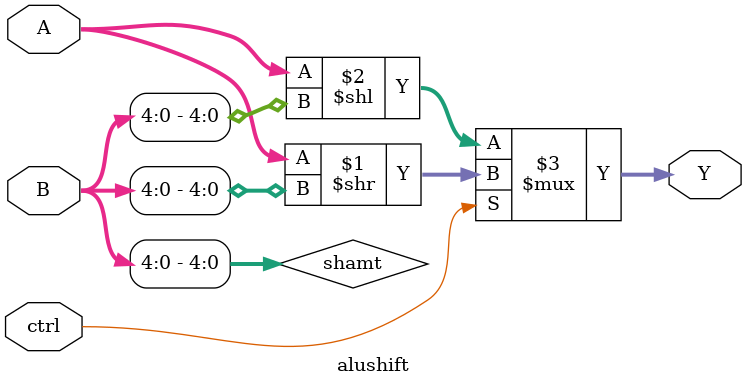
<source format=v>
`timescale 1ns/1ps

module alushift (
  input  [31:0] A,
  input  [31:0] B,
  input  ctrl, // 0 = SLL, 1 = SRL (logical)
  output [31:0] Y
);

  wire [4:0] shamt = B[4:0];

  // Logical shifts with canonical delay #2
  assign #2 Y = ctrl ? ($unsigned(A) >> shamt) : (A << shamt);

endmodule

</source>
